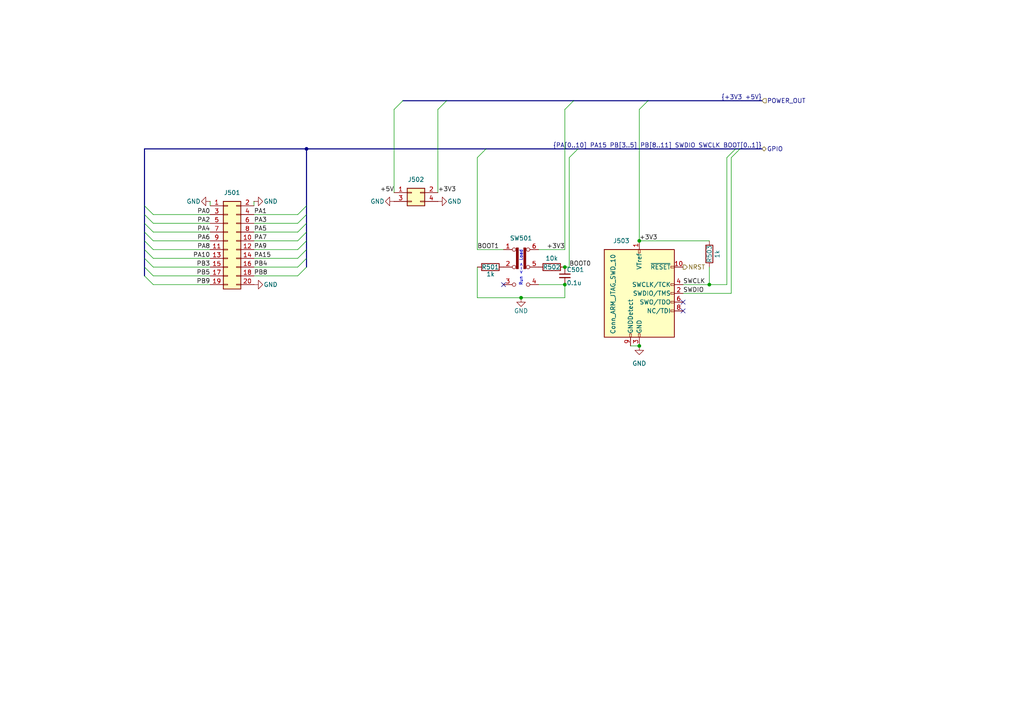
<source format=kicad_sch>
(kicad_sch (version 20231120) (generator "eeschema") (generator_version "8.0")
  (paper "A4")
  (lib_symbols
    (symbol "Connector:Conn_ARM_JTAG_SWD_10" (pin_names (offset 1.016))
      (property "Reference" "J" (at -2.54 16.51 0))
      (property "Value" "Conn_ARM_JTAG_SWD_10" (at -2.54 13.97 0))
      (symbol "Conn_ARM_JTAG_SWD_10_0_1"
        (rectangle (start -10.16 12.7) (end 10.16 -12.7) (stroke (width 0.254)) (fill (type background)))
        (rectangle (start -2.794 -12.7) (end -2.286 -11.684))
        (rectangle (start -0.254 -12.7) (end 0.254 -11.684))
        (rectangle (start -0.254 12.7) (end 0.254 11.684))
        (rectangle (start 9.144 2.286) (end 10.16 2.794))
        (rectangle (start 10.16 -2.794) (end 9.144 -2.286))
        (rectangle (start 10.16 -0.254) (end 9.144 0.254))
        (rectangle (start 10.16 7.874) (end 9.144 7.366))
      )
      (symbol "Conn_ARM_JTAG_SWD_10_1_1"
        (rectangle (start 9.144 -5.334) (end 10.16 -4.826))
        (pin power_in line (at 0 15.24 270) (length 2.54) (name "VTref") (number "1"))
        (pin open_collector line (at 12.7 7.62 180) (length 2.54) (name "~{RESET}") (number "10"))
        (pin bidirectional line (at 12.7 0 180) (length 2.54) (name "SWDIO/TMS") (number "2"))
        (pin power_in line (at 0 -15.24 90) (length 2.54) (name "GND") (number "3"))
        (pin output line (at 12.7 2.54 180) (length 2.54) (name "SWCLK/TCK") (number "4"))
        (pin passive line (at 0 -15.24 90) (length 2.54) hide (name "GND") (number "5"))
        (pin input line (at 12.7 -2.54 180) (length 2.54) (name "SWO/TDO") (number "6"))
        (pin no_connect line (at -10.16 0 0) (length 2.54) hide (name "KEY") (number "7"))
        (pin output line (at 12.7 -5.08 180) (length 2.54) (name "NC/TDI") (number "8"))
        (pin passive line (at -2.54 -15.24 90) (length 2.54) (name "GNDDetect") (number "9"))
      )
    )
    (symbol "Connector_Generic:Conn_02x02_Odd_Even" (pin_names (offset 1.016) hide)
      (property "Reference" "J" (at 1.27 2.54 0))
      (property "Value" "Conn_02x02_Odd_Even" (at 1.27 -5.08 0))
      (symbol "Conn_02x02_Odd_Even_1_1"
        (rectangle (start -1.27 -2.413) (end 0 -2.667) (stroke (width 0.1524)))
        (rectangle (start -1.27 0.127) (end 0 -0.127) (stroke (width 0.1524)))
        (rectangle (start -1.27 1.27) (end 3.81 -3.81) (stroke (width 0.254)) (fill (type background)))
        (rectangle (start 3.81 -2.413) (end 2.54 -2.667) (stroke (width 0.1524)))
        (rectangle (start 3.81 0.127) (end 2.54 -0.127) (stroke (width 0.1524)))
        (pin passive line (at -5.08 0 0) (length 3.81) (name "Pin_1") (number "1"))
        (pin passive line (at 7.62 0 180) (length 3.81) (name "Pin_2") (number "2"))
        (pin passive line (at -5.08 -2.54 0) (length 3.81) (name "Pin_3") (number "3"))
        (pin passive line (at 7.62 -2.54 180) (length 3.81) (name "Pin_4") (number "4"))
      )
    )
    (symbol "Connector_Generic:Conn_02x10_Odd_Even" (pin_names (offset 1.016) hide)
      (property "Reference" "J" (at 1.27 12.7 0))
      (property "Value" "Conn_02x10_Odd_Even" (at 1.27 -15.24 0))
      (symbol "Conn_02x10_Odd_Even_1_1"
        (rectangle (start -1.27 -12.573) (end 0 -12.827) (stroke (width 0.1524)))
        (rectangle (start -1.27 -10.033) (end 0 -10.287) (stroke (width 0.1524)))
        (rectangle (start -1.27 -7.493) (end 0 -7.747) (stroke (width 0.1524)))
        (rectangle (start -1.27 -4.953) (end 0 -5.207) (stroke (width 0.1524)))
        (rectangle (start -1.27 -2.413) (end 0 -2.667) (stroke (width 0.1524)))
        (rectangle (start -1.27 0.127) (end 0 -0.127) (stroke (width 0.1524)))
        (rectangle (start -1.27 2.667) (end 0 2.413) (stroke (width 0.1524)))
        (rectangle (start -1.27 5.207) (end 0 4.953) (stroke (width 0.1524)))
        (rectangle (start -1.27 7.747) (end 0 7.493) (stroke (width 0.1524)))
        (rectangle (start -1.27 10.287) (end 0 10.033) (stroke (width 0.1524)))
        (rectangle (start -1.27 11.43) (end 3.81 -13.97) (stroke (width 0.254)) (fill (type background)))
        (rectangle (start 3.81 -12.573) (end 2.54 -12.827) (stroke (width 0.1524)))
        (rectangle (start 3.81 -10.033) (end 2.54 -10.287) (stroke (width 0.1524)))
        (rectangle (start 3.81 -7.493) (end 2.54 -7.747) (stroke (width 0.1524)))
        (rectangle (start 3.81 -4.953) (end 2.54 -5.207) (stroke (width 0.1524)))
        (rectangle (start 3.81 -2.413) (end 2.54 -2.667) (stroke (width 0.1524)))
        (rectangle (start 3.81 0.127) (end 2.54 -0.127) (stroke (width 0.1524)))
        (rectangle (start 3.81 2.667) (end 2.54 2.413) (stroke (width 0.1524)))
        (rectangle (start 3.81 5.207) (end 2.54 4.953) (stroke (width 0.1524)))
        (rectangle (start 3.81 7.747) (end 2.54 7.493) (stroke (width 0.1524)))
        (rectangle (start 3.81 10.287) (end 2.54 10.033) (stroke (width 0.1524)))
        (pin passive line (at -5.08 10.16 0) (length 3.81) (name "Pin_1") (number "1"))
        (pin passive line (at 7.62 0 180) (length 3.81) (name "Pin_10") (number "10"))
        (pin passive line (at -5.08 -2.54 0) (length 3.81) (name "Pin_11") (number "11"))
        (pin passive line (at 7.62 -2.54 180) (length 3.81) (name "Pin_12") (number "12"))
        (pin passive line (at -5.08 -5.08 0) (length 3.81) (name "Pin_13") (number "13"))
        (pin passive line (at 7.62 -5.08 180) (length 3.81) (name "Pin_14") (number "14"))
        (pin passive line (at -5.08 -7.62 0) (length 3.81) (name "Pin_15") (number "15"))
        (pin passive line (at 7.62 -7.62 180) (length 3.81) (name "Pin_16") (number "16"))
        (pin passive line (at -5.08 -10.16 0) (length 3.81) (name "Pin_17") (number "17"))
        (pin passive line (at 7.62 -10.16 180) (length 3.81) (name "Pin_18") (number "18"))
        (pin passive line (at -5.08 -12.7 0) (length 3.81) (name "Pin_19") (number "19"))
        (pin passive line (at 7.62 10.16 180) (length 3.81) (name "Pin_2") (number "2"))
        (pin passive line (at 7.62 -12.7 180) (length 3.81) (name "Pin_20") (number "20"))
        (pin passive line (at -5.08 7.62 0) (length 3.81) (name "Pin_3") (number "3"))
        (pin passive line (at 7.62 7.62 180) (length 3.81) (name "Pin_4") (number "4"))
        (pin passive line (at -5.08 5.08 0) (length 3.81) (name "Pin_5") (number "5"))
        (pin passive line (at 7.62 5.08 180) (length 3.81) (name "Pin_6") (number "6"))
        (pin passive line (at -5.08 2.54 0) (length 3.81) (name "Pin_7") (number "7"))
        (pin passive line (at 7.62 2.54 180) (length 3.81) (name "Pin_8") (number "8"))
        (pin passive line (at -5.08 0 0) (length 3.81) (name "Pin_9") (number "9"))
      )
    )
    (symbol "Device:C_Small" (pin_numbers hide) (pin_names (offset 0.254) hide)
      (property "Reference" "C" (at 0.254 1.778 0))
      (property "Value" "C_Small" (at 0.254 -2.032 0))
      (symbol "C_Small_0_1"
        (polyline (pts (xy -1.524 -0.508) (xy 1.524 -0.508)) (stroke (width 0.3302)))
        (polyline (pts (xy -1.524 0.508) (xy 1.524 0.508)) (stroke (width 0.3048)))
      )
      (symbol "C_Small_1_1"
        (pin passive line (at 0 2.54 270) (length 2.032) (name "~") (number "1"))
        (pin passive line (at 0 -2.54 90) (length 2.032) (name "~") (number "2"))
      )
    )
    (symbol "Device:R" (pin_numbers hide) (pin_names (offset 0))
      (property "Reference" "R" (at 2.032 0 90))
      (property "Value" "R" (at 0 0 90))
      (symbol "R_0_1"
        (rectangle (start -1.016 -2.54) (end 1.016 2.54) (stroke (width 0.254)))
      )
      (symbol "R_1_1"
        (pin passive line (at 0 3.81 270) (length 1.27) (name "~") (number "1"))
        (pin passive line (at 0 -3.81 90) (length 1.27) (name "~") (number "2"))
      )
    )
    (symbol "Switch:SW_Slide_DPDT" (pin_names (offset 0) hide)
      (property "Reference" "SW" (at 0 6.858 0))
      (property "Value" "SW_Slide_DPDT" (at 0 -8.128 0))
      (symbol "SW_Slide_DPDT_0_0"
        (circle (center -2.032 -5.08) (radius 0.508))
        (circle (center -2.032 5.08) (radius 0.508))
        (circle (center 2.032 -5.08) (radius 0.508))
        (circle (center 2.032 0) (radius 0.508))
      )
      (symbol "SW_Slide_DPDT_0_1"
        (circle (center -2.032 0) (radius 0.508))
        (circle (center 2.032 5.08) (radius 0.508))
      )
      (symbol "SW_Slide_DPDT_1_1"
        (rectangle (start -1.397 5.588) (end -0.762 -0.508) (fill (type outline)))
        (rectangle (start 0.762 5.588) (end 1.397 -0.508) (fill (type outline)))
        (pin passive line (at -5.08 5.08 0) (length 2.54) (name "A") (number "1"))
        (pin passive line (at -5.08 0 0) (length 2.54) (name "B") (number "2"))
        (pin passive line (at -5.08 -5.08 0) (length 2.54) (name "C") (number "3"))
        (pin passive line (at 5.08 -5.08 180) (length 2.54) (name "A") (number "4"))
        (pin passive line (at 5.08 0 180) (length 2.54) (name "B") (number "5"))
        (pin passive line (at 5.08 5.08 180) (length 2.54) (name "C") (number "6"))
      )
    )
    (symbol "power:GND" (power) (pin_numbers hide) (pin_names (offset 0) hide)
      (property "Value" "GND" (at 0 -3.81 0))
      (symbol "GND_0_1"
        (polyline (pts (xy 0 0) (xy 0 -1.27) (xy 1.27 -1.27) (xy 0 -2.54) (xy -1.27 -1.27) (xy 0 -1.27)))
      )
      (symbol "GND_1_1"
        (pin power_in line (at 0 0 270) (length 0) (name "~") (number "1"))
      )
    )
  )
  (junction (at 185.42 100.33))
  (junction (at 163.83 82.55))
  (junction (at 151.13 86.36))
  (junction (at 163.83 77.47))
  (junction (at 205.74 82.55))
  (junction (at 88.9 43.18))
  (junction (at 185.42 69.85))
  (no_connect (at 198.12 87.63))
  (no_connect (at 198.12 90.17))
  (no_connect (at 146.05 82.55))
  (bus_entry (at 88.9 72.39) (size -2.54 2.54))
  (bus_entry (at 41.91 64.77) (size 2.54 2.54))
  (bus_entry (at 88.9 77.47) (size -2.54 2.54))
  (bus_entry (at 140.97 43.18) (size -2.54 2.54))
  (bus_entry (at 41.91 80.01) (size 2.54 2.54))
  (bus_entry (at 214.63 43.18) (size -2.54 2.54))
  (bus_entry (at 88.9 69.85) (size -2.54 2.54))
  (bus_entry (at 88.9 74.93) (size -2.54 2.54))
  (bus_entry (at 41.91 72.39) (size 2.54 2.54))
  (bus_entry (at 129.54 29.21) (size -2.54 2.54))
  (bus_entry (at 88.9 67.31) (size -2.54 2.54))
  (bus_entry (at 41.91 67.31) (size 2.54 2.54))
  (bus_entry (at 41.91 59.69) (size 2.54 2.54))
  (bus_entry (at 88.9 64.77) (size -2.54 2.54))
  (bus_entry (at 166.37 29.21) (size -2.54 2.54))
  (bus_entry (at 41.91 74.93) (size 2.54 2.54))
  (bus_entry (at 88.9 62.23) (size -2.54 2.54))
  (bus_entry (at 41.91 62.23) (size 2.54 2.54))
  (bus_entry (at 187.96 29.21) (size -2.54 2.54))
  (bus_entry (at 41.91 77.47) (size 2.54 2.54))
  (bus_entry (at 41.91 69.85) (size 2.54 2.54))
  (bus_entry (at 167.64 43.18) (size -2.54 2.54))
  (bus_entry (at 88.9 59.69) (size -2.54 2.54))
  (bus_entry (at 213.36 43.18) (size -2.54 2.54))
  (bus_entry (at 116.84 29.21) (size -2.54 2.54))
  (bus (pts (xy 88.9 72.39) (xy 88.9 74.93)))
  (wire (pts (xy 212.09 45.72) (xy 212.09 85.09)))
  (bus (pts (xy 88.9 59.69) (xy 88.9 62.23)))
  (wire (pts (xy 165.1 45.72) (xy 165.1 77.47)))
  (wire (pts (xy 60.96 58.42) (xy 60.96 59.69)))
  (wire (pts (xy 185.42 31.75) (xy 185.42 69.85)))
  (bus (pts (xy 41.91 72.39) (xy 41.91 74.93)))
  (wire (pts (xy 73.66 62.23) (xy 86.36 62.23)))
  (bus (pts (xy 214.63 43.18) (xy 220.98 43.18)))
  (wire (pts (xy 163.83 31.75) (xy 163.83 72.39)))
  (bus (pts (xy 116.84 29.21) (xy 129.54 29.21)))
  (wire (pts (xy 44.45 62.23) (xy 60.96 62.23)))
  (wire (pts (xy 138.43 45.72) (xy 138.43 72.39)))
  (wire (pts (xy 163.83 77.47) (xy 165.1 77.47)))
  (wire (pts (xy 127 31.75) (xy 127 55.88)))
  (wire (pts (xy 156.21 72.39) (xy 163.83 72.39)))
  (wire (pts (xy 44.45 72.39) (xy 60.96 72.39)))
  (wire (pts (xy 73.66 69.85) (xy 86.36 69.85)))
  (bus (pts (xy 41.91 64.77) (xy 41.91 67.31)))
  (wire (pts (xy 185.42 69.85) (xy 205.74 69.85)))
  (wire (pts (xy 73.66 77.47) (xy 86.36 77.47)))
  (bus (pts (xy 88.9 64.77) (xy 88.9 67.31)))
  (bus (pts (xy 41.91 59.69) (xy 41.91 62.23)))
  (wire (pts (xy 73.66 58.42) (xy 73.66 59.69)))
  (wire (pts (xy 205.74 77.47) (xy 205.74 82.55)))
  (bus (pts (xy 88.9 43.18) (xy 88.9 59.69)))
  (wire (pts (xy 114.3 31.75) (xy 114.3 55.88)))
  (wire (pts (xy 44.45 64.77) (xy 60.96 64.77)))
  (wire (pts (xy 163.83 86.36) (xy 163.83 82.55)))
  (wire (pts (xy 44.45 69.85) (xy 60.96 69.85)))
  (bus (pts (xy 88.9 43.18) (xy 41.91 43.18)))
  (wire (pts (xy 44.45 74.93) (xy 60.96 74.93)))
  (wire (pts (xy 182.88 100.33) (xy 185.42 100.33)))
  (bus (pts (xy 41.91 74.93) (xy 41.91 77.47)))
  (wire (pts (xy 44.45 82.55) (xy 60.96 82.55)))
  (wire (pts (xy 156.21 82.55) (xy 163.83 82.55)))
  (wire (pts (xy 210.82 82.55) (xy 205.74 82.55)))
  (bus (pts (xy 140.97 43.18) (xy 167.64 43.18)))
  (wire (pts (xy 73.66 72.39) (xy 86.36 72.39)))
  (bus (pts (xy 41.91 77.47) (xy 41.91 80.01)))
  (bus (pts (xy 88.9 62.23) (xy 88.9 64.77)))
  (bus (pts (xy 187.96 29.21) (xy 220.98 29.21)))
  (wire (pts (xy 73.66 64.77) (xy 86.36 64.77)))
  (wire (pts (xy 73.66 74.93) (xy 86.36 74.93)))
  (wire (pts (xy 212.09 85.09) (xy 198.12 85.09)))
  (bus (pts (xy 166.37 29.21) (xy 187.96 29.21)))
  (wire (pts (xy 151.13 86.36) (xy 163.83 86.36)))
  (bus (pts (xy 88.9 67.31) (xy 88.9 69.85)))
  (wire (pts (xy 138.43 72.39) (xy 146.05 72.39)))
  (bus (pts (xy 41.91 62.23) (xy 41.91 64.77)))
  (wire (pts (xy 73.66 67.31) (xy 86.36 67.31)))
  (bus (pts (xy 167.64 43.18) (xy 213.36 43.18)))
  (bus (pts (xy 213.36 43.18) (xy 214.63 43.18)))
  (bus (pts (xy 88.9 74.93) (xy 88.9 77.47)))
  (bus (pts (xy 129.54 29.21) (xy 166.37 29.21)))
  (bus (pts (xy 41.91 69.85) (xy 41.91 72.39)))
  (wire (pts (xy 210.82 45.72) (xy 210.82 82.55)))
  (bus (pts (xy 88.9 43.18) (xy 140.97 43.18)))
  (wire (pts (xy 138.43 86.36) (xy 151.13 86.36)))
  (bus (pts (xy 41.91 43.18) (xy 41.91 59.69)))
  (wire (pts (xy 44.45 67.31) (xy 60.96 67.31)))
  (wire (pts (xy 138.43 77.47) (xy 138.43 86.36)))
  (wire (pts (xy 198.12 82.55) (xy 205.74 82.55)))
  (wire (pts (xy 44.45 80.01) (xy 60.96 80.01)))
  (wire (pts (xy 44.45 77.47) (xy 60.96 77.47)))
  (bus (pts (xy 88.9 69.85) (xy 88.9 72.39)))
  (wire (pts (xy 73.66 80.01) (xy 86.36 80.01)))
  (bus (pts (xy 41.91 67.31) (xy 41.91 69.85)))
  (text "Run <-> Load" (at 151.13 77.724 90) (effects (font (size 0.889 0.889))))
  (label "PB3" (at 60.96 77.47 180))
  (label "PB9" (at 60.96 82.55 180))
  (label "PA4" (at 60.96 67.31 180))
  (label "+3V3" (at 185.42 69.85 0))
  (label "PA0" (at 60.96 62.23 180))
  (label "+3V3" (at 163.83 72.39 180))
  (label "PA3" (at 73.66 64.77 0))
  (label "PA8" (at 60.96 72.39 180))
  (label "PA1" (at 73.66 62.23 0))
  (label "PA10" (at 60.96 74.93 180))
  (label "PA15" (at 73.66 74.93 0))
  (label "PA6" (at 60.96 69.85 180))
  (label "SWCLK" (at 198.12 82.55 0))
  (label "PA5" (at 73.66 67.31 0))
  (label "PA9" (at 73.66 72.39 0))
  (label "PA2" (at 60.96 64.77 180))
  (label "+5V" (at 114.3 55.88 180))
  (label "PA7" (at 73.66 69.85 0))
  (label "PB8" (at 73.66 80.01 0))
  (label "SWDIO" (at 198.12 85.09 0))
  (label "PB5" (at 60.96 80.01 180))
  (label "+3V3" (at 127 55.88 0))
  (label "BOOT0" (at 165.1 77.47 0))
  (label "{PA[0..10] PA15 PB[3..5] PB[8..11] SWDIO SWCLK BOOT[0..1]}" (at 220.98 43.18 180))
  (label "{+3V3 +5V}" (at 220.98 29.21 180))
  (label "BOOT1" (at 138.43 72.39 0))
  (label "PB4" (at 73.66 77.47 0))
  (hierarchical_label "GPIO" (shape bidirectional) (at 220.98 43.18 0))
  (hierarchical_label "POWER_OUT" (shape input) (at 220.98 29.21 0))
  (hierarchical_label "NRST" (shape output) (at 198.12 77.47 0))
  (symbol (lib_id "power:GND") (at 151.13 86.36 0) (unit 1)
    (property "Reference" "#PWR0510" (effects (hide yes)))
    (property "Value" "GND" (at 151.13 90.17 0))
    (property "Description" "Power symbol creates a global label with name \"GND\" , ground" (effects (hide yes)))
  )
  (symbol (lib_id "Switch:SW_Slide_DPDT") (at 151.13 77.47 0) (unit 1)
    (property "Reference" "SW501" (at 151.13 69.088 0))
    (property "Value" "SW_Slide_DPDT" (effects (hide yes)))
    (property "Footprint" "Button_Switch_THT:SW_CK_JS202011CQN_DPDT_Straight" (effects (hide yes)))
    (property "Description" "Slide Switch, dual pole double throw" (effects (hide yes)))
  )
  (symbol (lib_id "power:GND") (at 185.42 100.33 0) (unit 1)
    (property "Reference" "#PWR0511" (effects (hide yes)))
    (property "Value" "GND" (at 185.42 105.41 0))
  )
  (symbol (lib_id "Device:R") (at 142.24 77.47 90) (unit 1)
    (property "Reference" "R501" (at 144.78 77.47 90) (effects (justify left)))
    (property "Value" "1k" (at 143.51 79.502 90) (effects (justify left)))
    (property "Footprint" "Resistor_SMD:R_0805_2012Metric" (effects (hide yes)))
    (property "Sim.Device" "R" (effects (hide yes)))
    (property "Sim.Pins" "1=+ 2=-" (effects (hide yes)))
  )
  (symbol (lib_id "Connector:Conn_ARM_JTAG_SWD_10") (at 185.42 85.09 0) (unit 1)
    (property "Reference" "J503" (at 177.8 69.85 0) (effects (justify left)))
    (property "Value" "Conn_ARM_JTAG_SWD_10" (at 177.8 73.66 90) (effects (justify right)))
    (property "Footprint" "Connector_PinHeader_1.27mm:PinHeader_2x05_P1.27mm_Vertical_SMD" (effects (hide yes)))
    (property "Datasheet" "http://infocenter.arm.com/help/topic/com.arm.doc.ddi0314h/DDI0314H_coresight_components_trm.pdf" (effects (hide yes)))
    (property "Description" "Cortex Debug Connector, standard ARM Cortex-M SWD and JTAG interface" (effects (hide yes)))
  )
  (symbol (lib_id "Device:C_Small") (at 163.83 80.01 0) (unit 1)
    (property "Reference" "C501" (at 164.338 78.232 0) (effects (justify left)))
    (property "Value" "0.1u" (at 164.338 82.042 0) (effects (justify left)))
    (property "Footprint" "Capacitor_SMD:C_0805_2012Metric" (effects (hide yes)))
    (property "Description" "Unpolarized capacitor, small symbol" (effects (hide yes)))
    (property "Sim.Device" "C" (effects (hide yes)))
    (property "Sim.Pins" "1=+ 2=-" (effects (hide yes)))
  )
  (symbol (lib_id "power:GND") (at 127 58.42 90) (unit 1)
    (property "Reference" "#PWR0507" (effects (hide yes)))
    (property "Value" "GND" (at 131.826 58.42 90))
    (property "Description" "Power symbol creates a global label with name \"GND\" , ground" (effects (hide yes)))
  )
  (symbol (lib_id "Device:R") (at 205.74 73.66 0) (unit 1)
    (property "Reference" "R503" (at 205.74 76.2 90) (effects (justify left)))
    (property "Value" "1k" (at 208.026 74.93 90) (effects (justify left)))
    (property "Footprint" "Resistor_SMD:R_0805_2012Metric" (effects (hide yes)))
  )
  (symbol (lib_id "power:GND") (at 73.66 82.55 90) (unit 1)
    (property "Reference" "#PWR0503" (effects (hide yes)))
    (property "Value" "GND" (at 78.486 82.55 90))
    (property "Description" "Power symbol creates a global label with name \"GND\" , ground" (effects (hide yes)))
  )
  (symbol (lib_id "power:GND") (at 114.3 58.42 270) (unit 1)
    (property "Reference" "#PWR0506" (effects (hide yes)))
    (property "Value" "GND" (at 109.474 58.42 90))
    (property "Description" "Power symbol creates a global label with name \"GND\" , ground" (effects (hide yes)))
  )
  (symbol (lib_id "Connector_Generic:Conn_02x10_Odd_Even") (at 66.04 69.85 0) (unit 1)
    (property "Reference" "J501" (at 67.31 55.88 0))
    (property "Value" "Conn_02x10_Odd_Even" (effects (hide yes)))
    (property "Footprint" "Connector_PinHeader_2.54mm:PinHeader_2x10_P2.54mm_Vertical" (effects (hide yes)))
    (property "Description" "Generic connector, double row, 02x10, odd/even pin numbering scheme (row 1 odd numbers, row 2 even numbers), script generated (kicad-library-utils/schlib/autogen/connector/)" (effects (hide yes)))
  )
  (symbol (lib_id "power:GND") (at 73.66 58.42 90) (unit 1)
    (property "Reference" "#PWR0502" (effects (hide yes)))
    (property "Value" "GND" (at 78.486 58.42 90))
    (property "Description" "Power symbol creates a global label with name \"GND\" , ground" (effects (hide yes)))
  )
  (symbol (lib_id "Connector_Generic:Conn_02x02_Odd_Even") (at 119.38 55.88 0) (unit 1)
    (property "Reference" "J502" (at 120.65 52.07 0))
    (property "Value" "Conn_02x02_Odd_Even" (effects (hide yes)))
    (property "Footprint" "Connector_PinHeader_2.54mm:PinHeader_2x02_P2.54mm_Vertical" (effects (hide yes)))
    (property "Description" "Generic connector, double row, 02x02, odd/even pin numbering scheme (row 1 odd numbers, row 2 even numbers), script generated (kicad-library-utils/schlib/autogen/connector/)" (effects (hide yes)))
  )
  (symbol (lib_id "Device:R") (at 160.02 77.47 270) (unit 1)
    (property "Reference" "R502" (at 160.02 77.47 90))
    (property "Value" "10k" (at 160.02 74.93 90))
    (property "Footprint" "Resistor_SMD:R_0805_2012Metric" (effects (hide yes)))
    (property "Sim.Device" "R" (effects (hide yes)))
    (property "Sim.Pins" "1=+ 2=-" (effects (hide yes)))
  )
  (symbol (lib_id "power:GND") (at 60.96 58.42 270) (unit 1)
    (property "Reference" "#PWR0501" (effects (hide yes)))
    (property "Value" "GND" (at 56.134 58.42 90))
    (property "Description" "Power symbol creates a global label with name \"GND\" , ground" (effects (hide yes)))
  )
)
</source>
